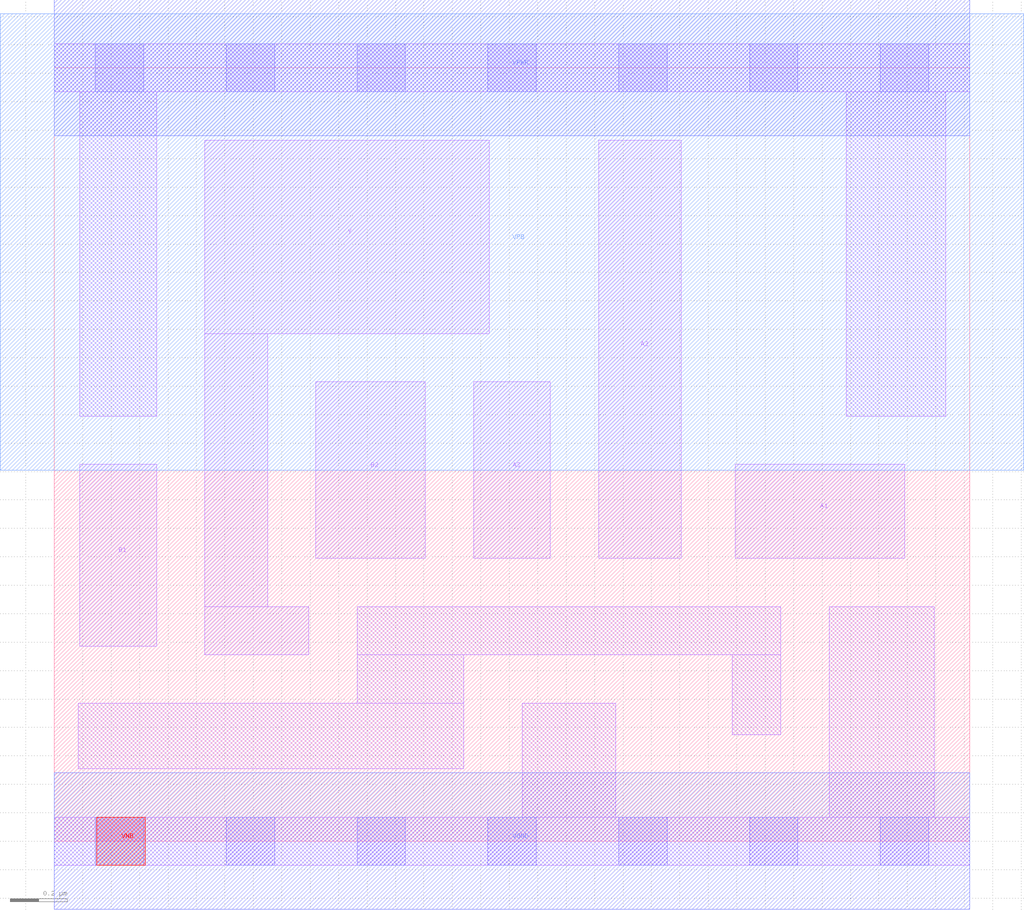
<source format=lef>
# Copyright 2020 The SkyWater PDK Authors
#
# Licensed under the Apache License, Version 2.0 (the "License");
# you may not use this file except in compliance with the License.
# You may obtain a copy of the License at
#
#     https://www.apache.org/licenses/LICENSE-2.0
#
# Unless required by applicable law or agreed to in writing, software
# distributed under the License is distributed on an "AS IS" BASIS,
# WITHOUT WARRANTIES OR CONDITIONS OF ANY KIND, either express or implied.
# See the License for the specific language governing permissions and
# limitations under the License.
#
# SPDX-License-Identifier: Apache-2.0

VERSION 5.7 ;
  NOWIREEXTENSIONATPIN ON ;
  DIVIDERCHAR "/" ;
  BUSBITCHARS "[]" ;
PROPERTYDEFINITIONS
  MACRO maskLayoutSubType STRING ;
  MACRO prCellType STRING ;
  MACRO originalViewName STRING ;
END PROPERTYDEFINITIONS
MACRO sky130_fd_sc_hdll__o32ai_1
  CLASS CORE ;
  FOREIGN sky130_fd_sc_hdll__o32ai_1 ;
  ORIGIN  0.000000  0.000000 ;
  SIZE  3.220000 BY  2.720000 ;
  SYMMETRY X Y R90 ;
  SITE unithd ;
  PIN A1
    ANTENNAGATEAREA  0.277500 ;
    DIRECTION INPUT ;
    USE SIGNAL ;
    PORT
      LAYER li1 ;
        RECT 2.395000 0.995000 2.990000 1.325000 ;
    END
  END A1
  PIN A2
    ANTENNAGATEAREA  0.277500 ;
    DIRECTION INPUT ;
    USE SIGNAL ;
    PORT
      LAYER li1 ;
        RECT 1.915000 0.995000 2.205000 2.465000 ;
    END
  END A2
  PIN A3
    ANTENNAGATEAREA  0.277500 ;
    DIRECTION INPUT ;
    USE SIGNAL ;
    PORT
      LAYER li1 ;
        RECT 1.475000 0.995000 1.745000 1.615000 ;
    END
  END A3
  PIN B1
    ANTENNAGATEAREA  0.277500 ;
    DIRECTION INPUT ;
    USE SIGNAL ;
    PORT
      LAYER li1 ;
        RECT 0.090000 0.685000 0.360000 1.325000 ;
    END
  END B1
  PIN B2
    ANTENNAGATEAREA  0.277500 ;
    DIRECTION INPUT ;
    USE SIGNAL ;
    PORT
      LAYER li1 ;
        RECT 0.920000 0.995000 1.305000 1.615000 ;
    END
  END B2
  PIN VGND
    ANTENNADIFFAREA  0.601250 ;
    DIRECTION INOUT ;
    USE SIGNAL ;
    PORT
      LAYER met1 ;
        RECT 0.000000 -0.240000 3.220000 0.240000 ;
    END
  END VGND
  PIN VNB
    PORT
      LAYER pwell ;
        RECT 0.150000 -0.085000 0.320000 0.085000 ;
    END
  END VNB
  PIN VPB
    PORT
      LAYER nwell ;
        RECT -0.190000 1.305000 3.410000 2.910000 ;
    END
  END VPB
  PIN VPWR
    ANTENNADIFFAREA  0.560000 ;
    DIRECTION INOUT ;
    USE SIGNAL ;
    PORT
      LAYER met1 ;
        RECT 0.000000 2.480000 3.220000 2.960000 ;
    END
  END VPWR
  PIN Y
    ANTENNADIFFAREA  0.758750 ;
    DIRECTION OUTPUT ;
    USE SIGNAL ;
    PORT
      LAYER li1 ;
        RECT 0.530000 0.655000 0.895000 0.825000 ;
        RECT 0.530000 0.825000 0.750000 1.785000 ;
        RECT 0.530000 1.785000 1.530000 2.465000 ;
    END
  END Y
  OBS
    LAYER li1 ;
      RECT 0.000000 -0.085000 3.220000 0.085000 ;
      RECT 0.000000  2.635000 3.220000 2.805000 ;
      RECT 0.085000  0.255000 1.440000 0.485000 ;
      RECT 0.090000  1.495000 0.360000 2.635000 ;
      RECT 1.065000  0.485000 1.440000 0.655000 ;
      RECT 1.065000  0.655000 2.555000 0.825000 ;
      RECT 1.645000  0.085000 1.975000 0.485000 ;
      RECT 2.385000  0.375000 2.555000 0.655000 ;
      RECT 2.725000  0.085000 3.095000 0.825000 ;
      RECT 2.785000  1.495000 3.135000 2.635000 ;
    LAYER mcon ;
      RECT 0.145000 -0.085000 0.315000 0.085000 ;
      RECT 0.145000  2.635000 0.315000 2.805000 ;
      RECT 0.605000 -0.085000 0.775000 0.085000 ;
      RECT 0.605000  2.635000 0.775000 2.805000 ;
      RECT 1.065000 -0.085000 1.235000 0.085000 ;
      RECT 1.065000  2.635000 1.235000 2.805000 ;
      RECT 1.525000 -0.085000 1.695000 0.085000 ;
      RECT 1.525000  2.635000 1.695000 2.805000 ;
      RECT 1.985000 -0.085000 2.155000 0.085000 ;
      RECT 1.985000  2.635000 2.155000 2.805000 ;
      RECT 2.445000 -0.085000 2.615000 0.085000 ;
      RECT 2.445000  2.635000 2.615000 2.805000 ;
      RECT 2.905000 -0.085000 3.075000 0.085000 ;
      RECT 2.905000  2.635000 3.075000 2.805000 ;
  END
  PROPERTY maskLayoutSubType "abstract" ;
  PROPERTY prCellType "standard" ;
  PROPERTY originalViewName "layout" ;
END sky130_fd_sc_hdll__o32ai_1
END LIBRARY

</source>
